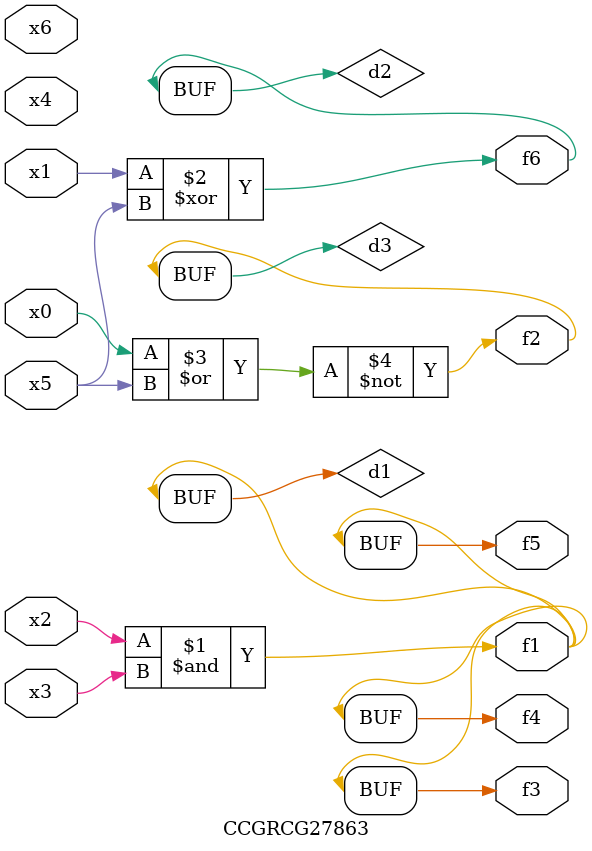
<source format=v>
module CCGRCG27863(
	input x0, x1, x2, x3, x4, x5, x6,
	output f1, f2, f3, f4, f5, f6
);

	wire d1, d2, d3;

	and (d1, x2, x3);
	xor (d2, x1, x5);
	nor (d3, x0, x5);
	assign f1 = d1;
	assign f2 = d3;
	assign f3 = d1;
	assign f4 = d1;
	assign f5 = d1;
	assign f6 = d2;
endmodule

</source>
